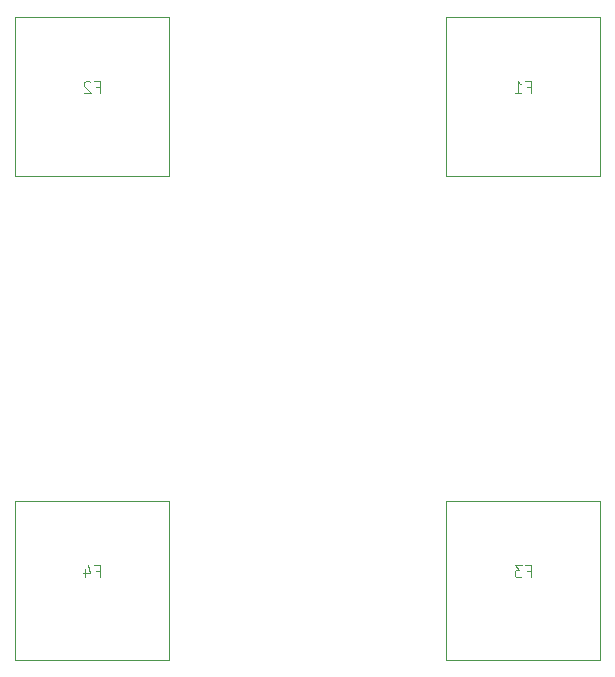
<source format=gbr>
%TF.GenerationSoftware,KiCad,Pcbnew,9.0.6*%
%TF.CreationDate,2026-01-10T14:45:50+11:00*%
%TF.ProjectId,power-expander,706f7765-722d-4657-9870-616e6465722e,rev?*%
%TF.SameCoordinates,Original*%
%TF.FileFunction,Legend,Bot*%
%TF.FilePolarity,Positive*%
%FSLAX46Y46*%
G04 Gerber Fmt 4.6, Leading zero omitted, Abs format (unit mm)*
G04 Created by KiCad (PCBNEW 9.0.6) date 2026-01-10 14:45:50*
%MOMM*%
%LPD*%
G01*
G04 APERTURE LIST*
%ADD10C,0.100000*%
G04 APERTURE END LIST*
D10*
X90333333Y-89933609D02*
X90666666Y-89933609D01*
X90666666Y-90457419D02*
X90666666Y-89457419D01*
X90666666Y-89457419D02*
X90190476Y-89457419D01*
X89904761Y-89457419D02*
X89285714Y-89457419D01*
X89285714Y-89457419D02*
X89619047Y-89838371D01*
X89619047Y-89838371D02*
X89476190Y-89838371D01*
X89476190Y-89838371D02*
X89380952Y-89885990D01*
X89380952Y-89885990D02*
X89333333Y-89933609D01*
X89333333Y-89933609D02*
X89285714Y-90028847D01*
X89285714Y-90028847D02*
X89285714Y-90266942D01*
X89285714Y-90266942D02*
X89333333Y-90362180D01*
X89333333Y-90362180D02*
X89380952Y-90409800D01*
X89380952Y-90409800D02*
X89476190Y-90457419D01*
X89476190Y-90457419D02*
X89761904Y-90457419D01*
X89761904Y-90457419D02*
X89857142Y-90409800D01*
X89857142Y-90409800D02*
X89904761Y-90362180D01*
X90333333Y-48933609D02*
X90666666Y-48933609D01*
X90666666Y-49457419D02*
X90666666Y-48457419D01*
X90666666Y-48457419D02*
X90190476Y-48457419D01*
X89285714Y-49457419D02*
X89857142Y-49457419D01*
X89571428Y-49457419D02*
X89571428Y-48457419D01*
X89571428Y-48457419D02*
X89666666Y-48600276D01*
X89666666Y-48600276D02*
X89761904Y-48695514D01*
X89761904Y-48695514D02*
X89857142Y-48743133D01*
X53833333Y-48933609D02*
X54166666Y-48933609D01*
X54166666Y-49457419D02*
X54166666Y-48457419D01*
X54166666Y-48457419D02*
X53690476Y-48457419D01*
X53357142Y-48552657D02*
X53309523Y-48505038D01*
X53309523Y-48505038D02*
X53214285Y-48457419D01*
X53214285Y-48457419D02*
X52976190Y-48457419D01*
X52976190Y-48457419D02*
X52880952Y-48505038D01*
X52880952Y-48505038D02*
X52833333Y-48552657D01*
X52833333Y-48552657D02*
X52785714Y-48647895D01*
X52785714Y-48647895D02*
X52785714Y-48743133D01*
X52785714Y-48743133D02*
X52833333Y-48885990D01*
X52833333Y-48885990D02*
X53404761Y-49457419D01*
X53404761Y-49457419D02*
X52785714Y-49457419D01*
X53833333Y-89933609D02*
X54166666Y-89933609D01*
X54166666Y-90457419D02*
X54166666Y-89457419D01*
X54166666Y-89457419D02*
X53690476Y-89457419D01*
X52880952Y-89790752D02*
X52880952Y-90457419D01*
X53119047Y-89409800D02*
X53357142Y-90124085D01*
X53357142Y-90124085D02*
X52738095Y-90124085D01*
%TO.C,F3*%
X96500000Y-84000000D02*
X83500000Y-84000000D01*
X83500000Y-97500000D01*
X96500000Y-97500000D01*
X96500000Y-84000000D01*
%TO.C,F1*%
X96500000Y-43000000D02*
X83500000Y-43000000D01*
X83500000Y-56500000D01*
X96500000Y-56500000D01*
X96500000Y-43000000D01*
%TO.C,F2*%
X60000000Y-43000000D02*
X47000000Y-43000000D01*
X47000000Y-56500000D01*
X60000000Y-56500000D01*
X60000000Y-43000000D01*
%TO.C,F4*%
X60000000Y-84000000D02*
X47000000Y-84000000D01*
X47000000Y-97500000D01*
X60000000Y-97500000D01*
X60000000Y-84000000D01*
%TD*%
M02*

</source>
